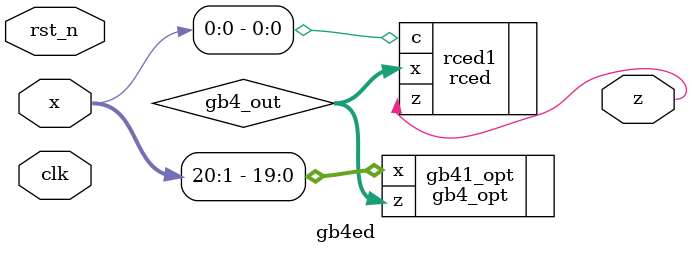
<source format=sv>

`define OPT

module gb4ed(
    input [20:0] x,
    input clk, rst_n,
    output logic z
);

    logic [3:0] gb4_out;
`ifdef OPT
    //gb2_opt gb2_top(
    //    .x({
    //        x[20], x[19], x[18],
    //        x[16], x[15], x[14], x[13],
    //        x[12], x[11], x[10], x[9],
    //               x[7],  x[6],  x[5],
    //        x[4],  x[3],  x[2],  x[1]
    //    }),
    //    .z({gb4_out[0], gb4_out[3]})
    //);
    //gb2_opt gb2_bot(
    //    .x({
    //        x[17], x[18], x[19],
    //        x[13], x[14], x[15], x[16],
    //        x[9],  x[10], x[11], x[12],
    //               x[6],  x[7],  x[8],
    //        x[4],  x[3],  x[2],  x[1]
    //    }),
    //    .z({gb4_out[1], gb4_out[2]})
    //);
    gb4_opt gb41_opt(
        .x(x[20:1]),
        .z(gb4_out)
    );
`else
    gb4 gb41(
        .x(x[20:1]),
        .z(gb4_out)
    );
`endif

`ifdef RECO
    logic [3:0] gb4_out_reco;
    seq_reco_d #(.DEPTH(`RECO)) reco_top (
        .x(gb4_out[0]), 
        .y(gb4_out[3]), 
        .clk(clk), 
        .rst_n(rst_n),
        .x_reco_r(gb4_out_reco[0]), 
        .y_reco_r(gb4_out_reco[3])
    );
    seq_reco_d #(.DEPTH(`RECO)) reco_bot (
        .x(gb4_out[1]), 
        .y(gb4_out[2]), 
        .clk(clk), 
        .rst_n(rst_n),
        .x_reco_r(gb4_out_reco[1]), 
        .y_reco_r(gb4_out_reco[2])
    );
`endif

    rced rced1(
`ifdef RECO
        .x(gb4_out_reco),
`else
        .x(gb4_out),
`endif
        .c(x[0]),
        .z(z)
    );
endmodule
</source>
